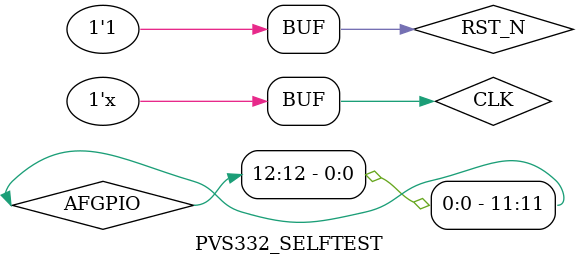
<source format=v>
`define SIMULATION
`timescale 1 ns/ 100 ps
module PVS332_SELFTEST();
// constants                                           
// general purpose registers

// test vector input registers
	reg CLK;
    reg RST_N;
    wire [21:0]SRAM_Addr;
	wire [31:0]SRAM_Data;
	wire [3:0]SRAM_BSEL;
	wire [22:0]AFGPIO;
	wire [3:0]QPI1;
	wire QPI_CS;
	wire QCLK;
	initial
	begin
		#0 CLK=0;RST_N=0;
		#100 RST_N=1;
	end
	always #10 CLK=~CLK; //50MHz CLK
	assign AFGPIO[12]=!(~AFGPIO[11]);
	PRV332_SoC
	SoC1(  
    .CLK(CLK),
    .RST_N(RST_N),
    .AFGPIO(AFGPIO), 
    //SPI/QPI
	.SPI_CS(QPI_CS),
	.SPI_MOSI(QPI1[0]),
    .SPI_MISO(QPI1[1]), 
    .SPI_SCLK(QCLK),
    //SRAM
    .SRAM_Addr(SRAM_Addr),
    .SRAM_Data(SRAM_Data),
	.SRAM_BSEL(SRAM_BSEL),
    .SRAM_CS(SRAM_CS),
    .SRAM_WR(SRAM_WR),
    .SRAM_OE(SRAM_OE),
	.SRAM_RDY(1'b1)
    );
    VIS62
	ExtSRAM1(
	SRAM_Data,
	SRAM_Addr,
	SRAM_BSEL,
	SRAM_CS,
    SRAM_WR,
    SRAM_OE
	);
	
                                                
endmodule


</source>
